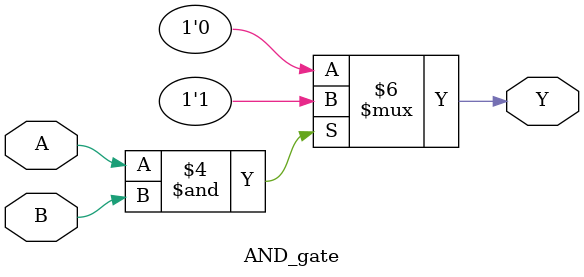
<source format=v>
module AND_gate (output reg Y, input A, B);
always @ (A or B) begin
    if (A == 1'b1 & B == 1'b1) begin
        Y = 1'b1;
    end
    else 
        Y = 1'b0; 
end
endmodule


</source>
